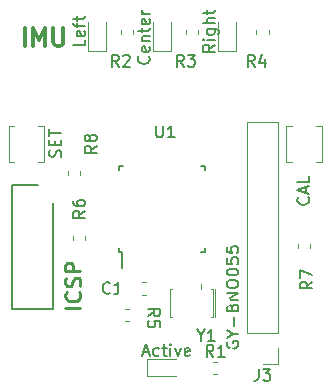
<source format=gto>
G04 #@! TF.GenerationSoftware,KiCad,Pcbnew,(5.1.9)-1*
G04 #@! TF.CreationDate,2021-08-03T23:26:31+09:00*
G04 #@! TF.ProjectId,IMU_BNO055_20210802,494d555f-424e-44f3-9035-355f32303231,rev?*
G04 #@! TF.SameCoordinates,PX6dac2c0PY6dac2c0*
G04 #@! TF.FileFunction,Legend,Top*
G04 #@! TF.FilePolarity,Positive*
%FSLAX46Y46*%
G04 Gerber Fmt 4.6, Leading zero omitted, Abs format (unit mm)*
G04 Created by KiCad (PCBNEW (5.1.9)-1) date 2021-08-03 23:26:31*
%MOMM*%
%LPD*%
G01*
G04 APERTURE LIST*
%ADD10C,0.300000*%
%ADD11C,0.200000*%
%ADD12C,0.120000*%
%ADD13C,0.150000*%
%ADD14C,0.254000*%
%ADD15C,2.200000*%
%ADD16C,1.250000*%
%ADD17R,1.250000X1.250000*%
%ADD18R,0.400000X3.200000*%
%ADD19R,1.600000X0.550000*%
%ADD20R,0.550000X1.600000*%
%ADD21C,0.750000*%
%ADD22R,1.600000X1.050000*%
%ADD23O,1.700000X1.700000*%
%ADD24R,1.700000X1.700000*%
%ADD25O,1.200000X1.750000*%
%ADD26C,0.800000*%
G04 APERTURE END LIST*
D10*
X5357142Y33821429D02*
X5357142Y35321429D01*
X6071428Y33821429D02*
X6071428Y35321429D01*
X6571428Y34250000D01*
X7071428Y35321429D01*
X7071428Y33821429D01*
X7785714Y35321429D02*
X7785714Y34107143D01*
X7857142Y33964286D01*
X7928571Y33892858D01*
X8071428Y33821429D01*
X8357142Y33821429D01*
X8500000Y33892858D01*
X8571428Y33964286D01*
X8642857Y34107143D01*
X8642857Y35321429D01*
D11*
X4300000Y22000000D02*
X6500000Y22000000D01*
X4300000Y11500000D02*
X4300000Y22000000D01*
X7800000Y11500000D02*
X4300000Y11500000D01*
X7800000Y20500000D02*
X7800000Y11500000D01*
D12*
X17700000Y10800000D02*
X17700000Y12800000D01*
X21300000Y12800000D02*
X21300000Y10800000D01*
X20250000Y13200000D02*
X20250000Y13600000D01*
X21500000Y10800000D02*
X21500000Y12800000D01*
X17700000Y12800000D02*
X17700000Y13200000D01*
X21300000Y12800000D02*
X21300000Y13200000D01*
X21500000Y12800000D02*
X21500000Y13200000D01*
X21300000Y10800000D02*
X21150000Y10800000D01*
X21300000Y13200000D02*
X21150000Y13200000D01*
X20250000Y13200000D02*
X20300000Y13200000D01*
X17700000Y13200000D02*
X17850000Y13200000D01*
X17700000Y10800000D02*
X17850000Y10800000D01*
D13*
X13375000Y16375000D02*
X13600000Y16375000D01*
X13375000Y23625000D02*
X13700000Y23625000D01*
X20625000Y23625000D02*
X20300000Y23625000D01*
X20625000Y16375000D02*
X20300000Y16375000D01*
X13375000Y16375000D02*
X13375000Y16700000D01*
X20625000Y16375000D02*
X20625000Y16700000D01*
X20625000Y23625000D02*
X20625000Y23300000D01*
X13375000Y23625000D02*
X13375000Y23300000D01*
X13600000Y16375000D02*
X13600000Y14950000D01*
D12*
X7000000Y27000000D02*
X7000000Y24000000D01*
X4000000Y27000000D02*
X4000000Y24000000D01*
X4000000Y27000000D02*
X4500000Y27000000D01*
X6500000Y27000000D02*
X7000000Y27000000D01*
X4000000Y24000000D02*
X4500000Y24000000D01*
X6500000Y24000000D02*
X7000000Y24000000D01*
X30500000Y27000000D02*
X30500000Y24000000D01*
X27500000Y27000000D02*
X27500000Y24000000D01*
X27500000Y27000000D02*
X28000000Y27000000D01*
X30000000Y27000000D02*
X30500000Y27000000D01*
X27500000Y24000000D02*
X28000000Y24000000D01*
X30000000Y24000000D02*
X30500000Y24000000D01*
X26010000Y35171267D02*
X26010000Y34828733D01*
X24990000Y35171267D02*
X24990000Y34828733D01*
X20010000Y35171267D02*
X20010000Y34828733D01*
X18990000Y35171267D02*
X18990000Y34828733D01*
X14510000Y35171267D02*
X14510000Y34828733D01*
X13490000Y35171267D02*
X13490000Y34828733D01*
X21328733Y7010000D02*
X21671267Y7010000D01*
X21328733Y5990000D02*
X21671267Y5990000D01*
X26830000Y27330000D02*
X24170000Y27330000D01*
X26830000Y9490000D02*
X26830000Y27330000D01*
X24170000Y9490000D02*
X24170000Y27330000D01*
X26830000Y9490000D02*
X24170000Y9490000D01*
X26830000Y8220000D02*
X26830000Y6890000D01*
X26830000Y6890000D02*
X25500000Y6890000D01*
X21765000Y35800000D02*
X21765000Y33340000D01*
X21765000Y33340000D02*
X23235000Y33340000D01*
X23235000Y33340000D02*
X23235000Y35800000D01*
X16265000Y35800000D02*
X16265000Y33340000D01*
X16265000Y33340000D02*
X17735000Y33340000D01*
X17735000Y33340000D02*
X17735000Y35800000D01*
X10765000Y35800000D02*
X10765000Y33340000D01*
X10765000Y33340000D02*
X12235000Y33340000D01*
X12235000Y33340000D02*
X12235000Y35800000D01*
X18175000Y7293000D02*
X15715000Y7293000D01*
X15715000Y7293000D02*
X15715000Y5823000D01*
X15715000Y5823000D02*
X18175000Y5823000D01*
X15671267Y12740000D02*
X15328733Y12740000D01*
X15671267Y13760000D02*
X15328733Y13760000D01*
X9490000Y17328733D02*
X9490000Y17671267D01*
X10510000Y17328733D02*
X10510000Y17671267D01*
X13828733Y11510000D02*
X14171267Y11510000D01*
X13828733Y10490000D02*
X14171267Y10490000D01*
X8990000Y22828733D02*
X8990000Y23171267D01*
X10010000Y22828733D02*
X10010000Y23171267D01*
X29510000Y17046267D02*
X29510000Y16703733D01*
X28490000Y17046267D02*
X28490000Y16703733D01*
D14*
X10074523Y11625239D02*
X8804523Y11625239D01*
X9953571Y12955715D02*
X10014047Y12895239D01*
X10074523Y12713810D01*
X10074523Y12592858D01*
X10014047Y12411429D01*
X9893095Y12290477D01*
X9772142Y12230000D01*
X9530238Y12169524D01*
X9348809Y12169524D01*
X9106904Y12230000D01*
X8985952Y12290477D01*
X8865000Y12411429D01*
X8804523Y12592858D01*
X8804523Y12713810D01*
X8865000Y12895239D01*
X8925476Y12955715D01*
X10014047Y13439524D02*
X10074523Y13620953D01*
X10074523Y13923334D01*
X10014047Y14044286D01*
X9953571Y14104762D01*
X9832619Y14165239D01*
X9711666Y14165239D01*
X9590714Y14104762D01*
X9530238Y14044286D01*
X9469761Y13923334D01*
X9409285Y13681429D01*
X9348809Y13560477D01*
X9288333Y13500000D01*
X9167380Y13439524D01*
X9046428Y13439524D01*
X8925476Y13500000D01*
X8865000Y13560477D01*
X8804523Y13681429D01*
X8804523Y13983810D01*
X8865000Y14165239D01*
X10074523Y14709524D02*
X8804523Y14709524D01*
X8804523Y15193334D01*
X8865000Y15314286D01*
X8925476Y15374762D01*
X9046428Y15435239D01*
X9227857Y15435239D01*
X9348809Y15374762D01*
X9409285Y15314286D01*
X9469761Y15193334D01*
X9469761Y14709524D01*
D13*
X20273809Y9273810D02*
X20273809Y8797620D01*
X19940476Y9797620D02*
X20273809Y9273810D01*
X20607142Y9797620D01*
X21464285Y8797620D02*
X20892857Y8797620D01*
X21178571Y8797620D02*
X21178571Y9797620D01*
X21083333Y9654762D01*
X20988095Y9559524D01*
X20892857Y9511905D01*
X16488095Y27047620D02*
X16488095Y26238096D01*
X16535714Y26142858D01*
X16583333Y26095239D01*
X16678571Y26047620D01*
X16869047Y26047620D01*
X16964285Y26095239D01*
X17011904Y26142858D01*
X17059523Y26238096D01*
X17059523Y27047620D01*
X18059523Y26047620D02*
X17488095Y26047620D01*
X17773809Y26047620D02*
X17773809Y27047620D01*
X17678571Y26904762D01*
X17583333Y26809524D01*
X17488095Y26761905D01*
X8404761Y24380953D02*
X8452380Y24523810D01*
X8452380Y24761905D01*
X8404761Y24857143D01*
X8357142Y24904762D01*
X8261904Y24952381D01*
X8166666Y24952381D01*
X8071428Y24904762D01*
X8023809Y24857143D01*
X7976190Y24761905D01*
X7928571Y24571429D01*
X7880952Y24476191D01*
X7833333Y24428572D01*
X7738095Y24380953D01*
X7642857Y24380953D01*
X7547619Y24428572D01*
X7500000Y24476191D01*
X7452380Y24571429D01*
X7452380Y24809524D01*
X7500000Y24952381D01*
X7928571Y25380953D02*
X7928571Y25714286D01*
X8452380Y25857143D02*
X8452380Y25380953D01*
X7452380Y25380953D01*
X7452380Y25857143D01*
X7452380Y26142858D02*
X7452380Y26714286D01*
X8452380Y26428572D02*
X7452380Y26428572D01*
X29357142Y20976191D02*
X29404761Y20928572D01*
X29452380Y20785715D01*
X29452380Y20690477D01*
X29404761Y20547620D01*
X29309523Y20452381D01*
X29214285Y20404762D01*
X29023809Y20357143D01*
X28880952Y20357143D01*
X28690476Y20404762D01*
X28595238Y20452381D01*
X28500000Y20547620D01*
X28452380Y20690477D01*
X28452380Y20785715D01*
X28500000Y20928572D01*
X28547619Y20976191D01*
X29166666Y21357143D02*
X29166666Y21833334D01*
X29452380Y21261905D02*
X28452380Y21595239D01*
X29452380Y21928572D01*
X29452380Y22738096D02*
X29452380Y22261905D01*
X28452380Y22261905D01*
X24833333Y32047620D02*
X24500000Y32523810D01*
X24261904Y32047620D02*
X24261904Y33047620D01*
X24642857Y33047620D01*
X24738095Y33000000D01*
X24785714Y32952381D01*
X24833333Y32857143D01*
X24833333Y32714286D01*
X24785714Y32619048D01*
X24738095Y32571429D01*
X24642857Y32523810D01*
X24261904Y32523810D01*
X25690476Y32714286D02*
X25690476Y32047620D01*
X25452380Y33095239D02*
X25214285Y32380953D01*
X25833333Y32380953D01*
X18833333Y32047620D02*
X18500000Y32523810D01*
X18261904Y32047620D02*
X18261904Y33047620D01*
X18642857Y33047620D01*
X18738095Y33000000D01*
X18785714Y32952381D01*
X18833333Y32857143D01*
X18833333Y32714286D01*
X18785714Y32619048D01*
X18738095Y32571429D01*
X18642857Y32523810D01*
X18261904Y32523810D01*
X19166666Y33047620D02*
X19785714Y33047620D01*
X19452380Y32666667D01*
X19595238Y32666667D01*
X19690476Y32619048D01*
X19738095Y32571429D01*
X19785714Y32476191D01*
X19785714Y32238096D01*
X19738095Y32142858D01*
X19690476Y32095239D01*
X19595238Y32047620D01*
X19309523Y32047620D01*
X19214285Y32095239D01*
X19166666Y32142858D01*
X13333333Y32047620D02*
X13000000Y32523810D01*
X12761904Y32047620D02*
X12761904Y33047620D01*
X13142857Y33047620D01*
X13238095Y33000000D01*
X13285714Y32952381D01*
X13333333Y32857143D01*
X13333333Y32714286D01*
X13285714Y32619048D01*
X13238095Y32571429D01*
X13142857Y32523810D01*
X12761904Y32523810D01*
X13714285Y32952381D02*
X13761904Y33000000D01*
X13857142Y33047620D01*
X14095238Y33047620D01*
X14190476Y33000000D01*
X14238095Y32952381D01*
X14285714Y32857143D01*
X14285714Y32761905D01*
X14238095Y32619048D01*
X13666666Y32047620D01*
X14285714Y32047620D01*
X21333333Y7477620D02*
X21000000Y7953810D01*
X20761904Y7477620D02*
X20761904Y8477620D01*
X21142857Y8477620D01*
X21238095Y8430000D01*
X21285714Y8382381D01*
X21333333Y8287143D01*
X21333333Y8144286D01*
X21285714Y8049048D01*
X21238095Y8001429D01*
X21142857Y7953810D01*
X20761904Y7953810D01*
X22285714Y7477620D02*
X21714285Y7477620D01*
X22000000Y7477620D02*
X22000000Y8477620D01*
X21904761Y8334762D01*
X21809523Y8239524D01*
X21714285Y8191905D01*
X25166666Y6437620D02*
X25166666Y5723334D01*
X25119047Y5580477D01*
X25023809Y5485239D01*
X24880952Y5437620D01*
X24785714Y5437620D01*
X25547619Y6437620D02*
X26166666Y6437620D01*
X25833333Y6056667D01*
X25976190Y6056667D01*
X26071428Y6009048D01*
X26119047Y5961429D01*
X26166666Y5866191D01*
X26166666Y5628096D01*
X26119047Y5532858D01*
X26071428Y5485239D01*
X25976190Y5437620D01*
X25690476Y5437620D01*
X25595238Y5485239D01*
X25547619Y5532858D01*
X22500000Y8738096D02*
X22452380Y8642858D01*
X22452380Y8500000D01*
X22500000Y8357143D01*
X22595238Y8261905D01*
X22690476Y8214286D01*
X22880952Y8166667D01*
X23023809Y8166667D01*
X23214285Y8214286D01*
X23309523Y8261905D01*
X23404761Y8357143D01*
X23452380Y8500000D01*
X23452380Y8595239D01*
X23404761Y8738096D01*
X23357142Y8785715D01*
X23023809Y8785715D01*
X23023809Y8595239D01*
X22976190Y9404762D02*
X23452380Y9404762D01*
X22452380Y9071429D02*
X22976190Y9404762D01*
X22452380Y9738096D01*
X23071428Y10071429D02*
X23071428Y10833334D01*
X22928571Y11642858D02*
X22976190Y11785715D01*
X23023809Y11833334D01*
X23119047Y11880953D01*
X23261904Y11880953D01*
X23357142Y11833334D01*
X23404761Y11785715D01*
X23452380Y11690477D01*
X23452380Y11309524D01*
X22452380Y11309524D01*
X22452380Y11642858D01*
X22500000Y11738096D01*
X22547619Y11785715D01*
X22642857Y11833334D01*
X22738095Y11833334D01*
X22833333Y11785715D01*
X22880952Y11738096D01*
X22928571Y11642858D01*
X22928571Y11309524D01*
X23452380Y12309524D02*
X22452380Y12309524D01*
X23452380Y12880953D01*
X22452380Y12880953D01*
X22452380Y13547620D02*
X22452380Y13738096D01*
X22500000Y13833334D01*
X22595238Y13928572D01*
X22785714Y13976191D01*
X23119047Y13976191D01*
X23309523Y13928572D01*
X23404761Y13833334D01*
X23452380Y13738096D01*
X23452380Y13547620D01*
X23404761Y13452381D01*
X23309523Y13357143D01*
X23119047Y13309524D01*
X22785714Y13309524D01*
X22595238Y13357143D01*
X22500000Y13452381D01*
X22452380Y13547620D01*
X22452380Y14595239D02*
X22452380Y14690477D01*
X22500000Y14785715D01*
X22547619Y14833334D01*
X22642857Y14880953D01*
X22833333Y14928572D01*
X23071428Y14928572D01*
X23261904Y14880953D01*
X23357142Y14833334D01*
X23404761Y14785715D01*
X23452380Y14690477D01*
X23452380Y14595239D01*
X23404761Y14500000D01*
X23357142Y14452381D01*
X23261904Y14404762D01*
X23071428Y14357143D01*
X22833333Y14357143D01*
X22642857Y14404762D01*
X22547619Y14452381D01*
X22500000Y14500000D01*
X22452380Y14595239D01*
X22452380Y15833334D02*
X22452380Y15357143D01*
X22928571Y15309524D01*
X22880952Y15357143D01*
X22833333Y15452381D01*
X22833333Y15690477D01*
X22880952Y15785715D01*
X22928571Y15833334D01*
X23023809Y15880953D01*
X23261904Y15880953D01*
X23357142Y15833334D01*
X23404761Y15785715D01*
X23452380Y15690477D01*
X23452380Y15452381D01*
X23404761Y15357143D01*
X23357142Y15309524D01*
X22452380Y16785715D02*
X22452380Y16309524D01*
X22928571Y16261905D01*
X22880952Y16309524D01*
X22833333Y16404762D01*
X22833333Y16642858D01*
X22880952Y16738096D01*
X22928571Y16785715D01*
X23023809Y16833334D01*
X23261904Y16833334D01*
X23357142Y16785715D01*
X23404761Y16738096D01*
X23452380Y16642858D01*
X23452380Y16404762D01*
X23404761Y16309524D01*
X23357142Y16261905D01*
X21452380Y33880953D02*
X20976190Y33547620D01*
X21452380Y33309524D02*
X20452380Y33309524D01*
X20452380Y33690477D01*
X20500000Y33785715D01*
X20547619Y33833334D01*
X20642857Y33880953D01*
X20785714Y33880953D01*
X20880952Y33833334D01*
X20928571Y33785715D01*
X20976190Y33690477D01*
X20976190Y33309524D01*
X21452380Y34309524D02*
X20785714Y34309524D01*
X20452380Y34309524D02*
X20500000Y34261905D01*
X20547619Y34309524D01*
X20500000Y34357143D01*
X20452380Y34309524D01*
X20547619Y34309524D01*
X20785714Y35214286D02*
X21595238Y35214286D01*
X21690476Y35166667D01*
X21738095Y35119048D01*
X21785714Y35023810D01*
X21785714Y34880953D01*
X21738095Y34785715D01*
X21404761Y35214286D02*
X21452380Y35119048D01*
X21452380Y34928572D01*
X21404761Y34833334D01*
X21357142Y34785715D01*
X21261904Y34738096D01*
X20976190Y34738096D01*
X20880952Y34785715D01*
X20833333Y34833334D01*
X20785714Y34928572D01*
X20785714Y35119048D01*
X20833333Y35214286D01*
X21452380Y35690477D02*
X20452380Y35690477D01*
X21452380Y36119048D02*
X20928571Y36119048D01*
X20833333Y36071429D01*
X20785714Y35976191D01*
X20785714Y35833334D01*
X20833333Y35738096D01*
X20880952Y35690477D01*
X20785714Y36452381D02*
X20785714Y36833334D01*
X20452380Y36595239D02*
X21309523Y36595239D01*
X21404761Y36642858D01*
X21452380Y36738096D01*
X21452380Y36833334D01*
X15857142Y32904762D02*
X15904761Y32857143D01*
X15952380Y32714286D01*
X15952380Y32619048D01*
X15904761Y32476191D01*
X15809523Y32380953D01*
X15714285Y32333334D01*
X15523809Y32285715D01*
X15380952Y32285715D01*
X15190476Y32333334D01*
X15095238Y32380953D01*
X15000000Y32476191D01*
X14952380Y32619048D01*
X14952380Y32714286D01*
X15000000Y32857143D01*
X15047619Y32904762D01*
X15904761Y33714286D02*
X15952380Y33619048D01*
X15952380Y33428572D01*
X15904761Y33333334D01*
X15809523Y33285715D01*
X15428571Y33285715D01*
X15333333Y33333334D01*
X15285714Y33428572D01*
X15285714Y33619048D01*
X15333333Y33714286D01*
X15428571Y33761905D01*
X15523809Y33761905D01*
X15619047Y33285715D01*
X15285714Y34190477D02*
X15952380Y34190477D01*
X15380952Y34190477D02*
X15333333Y34238096D01*
X15285714Y34333334D01*
X15285714Y34476191D01*
X15333333Y34571429D01*
X15428571Y34619048D01*
X15952380Y34619048D01*
X15285714Y34952381D02*
X15285714Y35333334D01*
X14952380Y35095239D02*
X15809523Y35095239D01*
X15904761Y35142858D01*
X15952380Y35238096D01*
X15952380Y35333334D01*
X15904761Y36047620D02*
X15952380Y35952381D01*
X15952380Y35761905D01*
X15904761Y35666667D01*
X15809523Y35619048D01*
X15428571Y35619048D01*
X15333333Y35666667D01*
X15285714Y35761905D01*
X15285714Y35952381D01*
X15333333Y36047620D01*
X15428571Y36095239D01*
X15523809Y36095239D01*
X15619047Y35619048D01*
X15952380Y36523810D02*
X15285714Y36523810D01*
X15476190Y36523810D02*
X15380952Y36571429D01*
X15333333Y36619048D01*
X15285714Y36714286D01*
X15285714Y36809524D01*
X10452380Y34309524D02*
X10452380Y33833334D01*
X9452380Y33833334D01*
X10404761Y35023810D02*
X10452380Y34928572D01*
X10452380Y34738096D01*
X10404761Y34642858D01*
X10309523Y34595239D01*
X9928571Y34595239D01*
X9833333Y34642858D01*
X9785714Y34738096D01*
X9785714Y34928572D01*
X9833333Y35023810D01*
X9928571Y35071429D01*
X10023809Y35071429D01*
X10119047Y34595239D01*
X9785714Y35357143D02*
X9785714Y35738096D01*
X10452380Y35500000D02*
X9595238Y35500000D01*
X9500000Y35547620D01*
X9452380Y35642858D01*
X9452380Y35738096D01*
X9785714Y35928572D02*
X9785714Y36309524D01*
X9452380Y36071429D02*
X10309523Y36071429D01*
X10404761Y36119048D01*
X10452380Y36214286D01*
X10452380Y36309524D01*
X15375000Y7833334D02*
X15851190Y7833334D01*
X15279761Y7547620D02*
X15613095Y8547620D01*
X15946428Y7547620D01*
X16708333Y7595239D02*
X16613095Y7547620D01*
X16422619Y7547620D01*
X16327380Y7595239D01*
X16279761Y7642858D01*
X16232142Y7738096D01*
X16232142Y8023810D01*
X16279761Y8119048D01*
X16327380Y8166667D01*
X16422619Y8214286D01*
X16613095Y8214286D01*
X16708333Y8166667D01*
X16994047Y8214286D02*
X17375000Y8214286D01*
X17136904Y8547620D02*
X17136904Y7690477D01*
X17184523Y7595239D01*
X17279761Y7547620D01*
X17375000Y7547620D01*
X17708333Y7547620D02*
X17708333Y8214286D01*
X17708333Y8547620D02*
X17660714Y8500000D01*
X17708333Y8452381D01*
X17755952Y8500000D01*
X17708333Y8547620D01*
X17708333Y8452381D01*
X18089285Y8214286D02*
X18327380Y7547620D01*
X18565476Y8214286D01*
X19327380Y7595239D02*
X19232142Y7547620D01*
X19041666Y7547620D01*
X18946428Y7595239D01*
X18898809Y7690477D01*
X18898809Y8071429D01*
X18946428Y8166667D01*
X19041666Y8214286D01*
X19232142Y8214286D01*
X19327380Y8166667D01*
X19375000Y8071429D01*
X19375000Y7976191D01*
X18898809Y7880953D01*
X12583333Y12892858D02*
X12535714Y12845239D01*
X12392857Y12797620D01*
X12297619Y12797620D01*
X12154761Y12845239D01*
X12059523Y12940477D01*
X12011904Y13035715D01*
X11964285Y13226191D01*
X11964285Y13369048D01*
X12011904Y13559524D01*
X12059523Y13654762D01*
X12154761Y13750000D01*
X12297619Y13797620D01*
X12392857Y13797620D01*
X12535714Y13750000D01*
X12583333Y13702381D01*
X13535714Y12797620D02*
X12964285Y12797620D01*
X13250000Y12797620D02*
X13250000Y13797620D01*
X13154761Y13654762D01*
X13059523Y13559524D01*
X12964285Y13511905D01*
X10452380Y19833334D02*
X9976190Y19500000D01*
X10452380Y19261905D02*
X9452380Y19261905D01*
X9452380Y19642858D01*
X9500000Y19738096D01*
X9547619Y19785715D01*
X9642857Y19833334D01*
X9785714Y19833334D01*
X9880952Y19785715D01*
X9928571Y19738096D01*
X9976190Y19642858D01*
X9976190Y19261905D01*
X9452380Y20690477D02*
X9452380Y20500000D01*
X9500000Y20404762D01*
X9547619Y20357143D01*
X9690476Y20261905D01*
X9880952Y20214286D01*
X10261904Y20214286D01*
X10357142Y20261905D01*
X10404761Y20309524D01*
X10452380Y20404762D01*
X10452380Y20595239D01*
X10404761Y20690477D01*
X10357142Y20738096D01*
X10261904Y20785715D01*
X10023809Y20785715D01*
X9928571Y20738096D01*
X9880952Y20690477D01*
X9833333Y20595239D01*
X9833333Y20404762D01*
X9880952Y20309524D01*
X9928571Y20261905D01*
X10023809Y20214286D01*
X15797619Y10916667D02*
X16273809Y11250000D01*
X15797619Y11488096D02*
X16797619Y11488096D01*
X16797619Y11107143D01*
X16750000Y11011905D01*
X16702380Y10964286D01*
X16607142Y10916667D01*
X16464285Y10916667D01*
X16369047Y10964286D01*
X16321428Y11011905D01*
X16273809Y11107143D01*
X16273809Y11488096D01*
X16797619Y10011905D02*
X16797619Y10488096D01*
X16321428Y10535715D01*
X16369047Y10488096D01*
X16416666Y10392858D01*
X16416666Y10154762D01*
X16369047Y10059524D01*
X16321428Y10011905D01*
X16226190Y9964286D01*
X15988095Y9964286D01*
X15892857Y10011905D01*
X15845238Y10059524D01*
X15797619Y10154762D01*
X15797619Y10392858D01*
X15845238Y10488096D01*
X15892857Y10535715D01*
X11452380Y25333334D02*
X10976190Y25000000D01*
X11452380Y24761905D02*
X10452380Y24761905D01*
X10452380Y25142858D01*
X10500000Y25238096D01*
X10547619Y25285715D01*
X10642857Y25333334D01*
X10785714Y25333334D01*
X10880952Y25285715D01*
X10928571Y25238096D01*
X10976190Y25142858D01*
X10976190Y24761905D01*
X10880952Y25904762D02*
X10833333Y25809524D01*
X10785714Y25761905D01*
X10690476Y25714286D01*
X10642857Y25714286D01*
X10547619Y25761905D01*
X10500000Y25809524D01*
X10452380Y25904762D01*
X10452380Y26095239D01*
X10500000Y26190477D01*
X10547619Y26238096D01*
X10642857Y26285715D01*
X10690476Y26285715D01*
X10785714Y26238096D01*
X10833333Y26190477D01*
X10880952Y26095239D01*
X10880952Y25904762D01*
X10928571Y25809524D01*
X10976190Y25761905D01*
X11071428Y25714286D01*
X11261904Y25714286D01*
X11357142Y25761905D01*
X11404761Y25809524D01*
X11452380Y25904762D01*
X11452380Y26095239D01*
X11404761Y26190477D01*
X11357142Y26238096D01*
X11261904Y26285715D01*
X11071428Y26285715D01*
X10976190Y26238096D01*
X10928571Y26190477D01*
X10880952Y26095239D01*
X29702380Y13833334D02*
X29226190Y13500000D01*
X29702380Y13261905D02*
X28702380Y13261905D01*
X28702380Y13642858D01*
X28750000Y13738096D01*
X28797619Y13785715D01*
X28892857Y13833334D01*
X29035714Y13833334D01*
X29130952Y13785715D01*
X29178571Y13738096D01*
X29226190Y13642858D01*
X29226190Y13261905D01*
X28702380Y14166667D02*
X28702380Y14833334D01*
X29702380Y14404762D01*
%LPC*%
D15*
X6500000Y30500000D03*
X28000000Y30500000D03*
D16*
X6500000Y13000000D03*
X6500000Y14500000D03*
X6500000Y16000000D03*
X6500000Y17500000D03*
X6500000Y19000000D03*
D17*
X6500000Y20500000D03*
D18*
X18300000Y12000000D03*
X19500000Y12000000D03*
X20700000Y12000000D03*
D19*
X12750000Y17200000D03*
X12750000Y18000000D03*
X12750000Y18800000D03*
X12750000Y19600000D03*
X12750000Y20400000D03*
X12750000Y21200000D03*
X12750000Y22000000D03*
X12750000Y22800000D03*
D20*
X14200000Y24250000D03*
X15000000Y24250000D03*
X15800000Y24250000D03*
X16600000Y24250000D03*
X17400000Y24250000D03*
X18200000Y24250000D03*
X19000000Y24250000D03*
X19800000Y24250000D03*
D19*
X21250000Y22800000D03*
X21250000Y22000000D03*
X21250000Y21200000D03*
X21250000Y20400000D03*
X21250000Y19600000D03*
X21250000Y18800000D03*
X21250000Y18000000D03*
X21250000Y17200000D03*
D20*
X19800000Y15750000D03*
X19000000Y15750000D03*
X18200000Y15750000D03*
X17400000Y15750000D03*
X16600000Y15750000D03*
X15800000Y15750000D03*
X15000000Y15750000D03*
X14200000Y15750000D03*
D21*
X4700000Y25500000D03*
X6300000Y25500000D03*
D22*
X5500000Y23800000D03*
X5500000Y27200000D03*
D21*
X28200000Y25500000D03*
X29800000Y25500000D03*
D22*
X29000000Y23800000D03*
X29000000Y27200000D03*
G36*
G01*
X25262500Y34650000D02*
X25737500Y34650000D01*
G75*
G02*
X25975000Y34412500I0J-237500D01*
G01*
X25975000Y33837500D01*
G75*
G02*
X25737500Y33600000I-237500J0D01*
G01*
X25262500Y33600000D01*
G75*
G02*
X25025000Y33837500I0J237500D01*
G01*
X25025000Y34412500D01*
G75*
G02*
X25262500Y34650000I237500J0D01*
G01*
G37*
G36*
G01*
X25262500Y36400000D02*
X25737500Y36400000D01*
G75*
G02*
X25975000Y36162500I0J-237500D01*
G01*
X25975000Y35587500D01*
G75*
G02*
X25737500Y35350000I-237500J0D01*
G01*
X25262500Y35350000D01*
G75*
G02*
X25025000Y35587500I0J237500D01*
G01*
X25025000Y36162500D01*
G75*
G02*
X25262500Y36400000I237500J0D01*
G01*
G37*
G36*
G01*
X19262500Y34650000D02*
X19737500Y34650000D01*
G75*
G02*
X19975000Y34412500I0J-237500D01*
G01*
X19975000Y33837500D01*
G75*
G02*
X19737500Y33600000I-237500J0D01*
G01*
X19262500Y33600000D01*
G75*
G02*
X19025000Y33837500I0J237500D01*
G01*
X19025000Y34412500D01*
G75*
G02*
X19262500Y34650000I237500J0D01*
G01*
G37*
G36*
G01*
X19262500Y36400000D02*
X19737500Y36400000D01*
G75*
G02*
X19975000Y36162500I0J-237500D01*
G01*
X19975000Y35587500D01*
G75*
G02*
X19737500Y35350000I-237500J0D01*
G01*
X19262500Y35350000D01*
G75*
G02*
X19025000Y35587500I0J237500D01*
G01*
X19025000Y36162500D01*
G75*
G02*
X19262500Y36400000I237500J0D01*
G01*
G37*
G36*
G01*
X13762500Y34650000D02*
X14237500Y34650000D01*
G75*
G02*
X14475000Y34412500I0J-237500D01*
G01*
X14475000Y33837500D01*
G75*
G02*
X14237500Y33600000I-237500J0D01*
G01*
X13762500Y33600000D01*
G75*
G02*
X13525000Y33837500I0J237500D01*
G01*
X13525000Y34412500D01*
G75*
G02*
X13762500Y34650000I237500J0D01*
G01*
G37*
G36*
G01*
X13762500Y36400000D02*
X14237500Y36400000D01*
G75*
G02*
X14475000Y36162500I0J-237500D01*
G01*
X14475000Y35587500D01*
G75*
G02*
X14237500Y35350000I-237500J0D01*
G01*
X13762500Y35350000D01*
G75*
G02*
X13525000Y35587500I0J237500D01*
G01*
X13525000Y36162500D01*
G75*
G02*
X13762500Y36400000I237500J0D01*
G01*
G37*
G36*
G01*
X21850000Y6262500D02*
X21850000Y6737500D01*
G75*
G02*
X22087500Y6975000I237500J0D01*
G01*
X22662500Y6975000D01*
G75*
G02*
X22900000Y6737500I0J-237500D01*
G01*
X22900000Y6262500D01*
G75*
G02*
X22662500Y6025000I-237500J0D01*
G01*
X22087500Y6025000D01*
G75*
G02*
X21850000Y6262500I0J237500D01*
G01*
G37*
G36*
G01*
X20100000Y6262500D02*
X20100000Y6737500D01*
G75*
G02*
X20337500Y6975000I237500J0D01*
G01*
X20912500Y6975000D01*
G75*
G02*
X21150000Y6737500I0J-237500D01*
G01*
X21150000Y6262500D01*
G75*
G02*
X20912500Y6025000I-237500J0D01*
G01*
X20337500Y6025000D01*
G75*
G02*
X20100000Y6262500I0J237500D01*
G01*
G37*
D23*
X25500000Y26000000D03*
X25500000Y23460000D03*
X25500000Y20920000D03*
X25500000Y18380000D03*
X25500000Y15840000D03*
X25500000Y13300000D03*
X25500000Y10760000D03*
D24*
X25500000Y8220000D03*
D25*
X13000000Y30500000D03*
X15000000Y30500000D03*
X17000000Y30500000D03*
X19000000Y30500000D03*
G36*
G01*
X21600000Y31125001D02*
X21600000Y29874999D01*
G75*
G02*
X21350001Y29625000I-249999J0D01*
G01*
X20649999Y29625000D01*
G75*
G02*
X20400000Y29874999I0J249999D01*
G01*
X20400000Y31125001D01*
G75*
G02*
X20649999Y31375000I249999J0D01*
G01*
X21350001Y31375000D01*
G75*
G02*
X21600000Y31125001I0J-249999D01*
G01*
G37*
G36*
G01*
X22737500Y35350000D02*
X22262500Y35350000D01*
G75*
G02*
X22025000Y35587500I0J237500D01*
G01*
X22025000Y36162500D01*
G75*
G02*
X22262500Y36400000I237500J0D01*
G01*
X22737500Y36400000D01*
G75*
G02*
X22975000Y36162500I0J-237500D01*
G01*
X22975000Y35587500D01*
G75*
G02*
X22737500Y35350000I-237500J0D01*
G01*
G37*
G36*
G01*
X22737500Y33600000D02*
X22262500Y33600000D01*
G75*
G02*
X22025000Y33837500I0J237500D01*
G01*
X22025000Y34412500D01*
G75*
G02*
X22262500Y34650000I237500J0D01*
G01*
X22737500Y34650000D01*
G75*
G02*
X22975000Y34412500I0J-237500D01*
G01*
X22975000Y33837500D01*
G75*
G02*
X22737500Y33600000I-237500J0D01*
G01*
G37*
G36*
G01*
X17237500Y35350000D02*
X16762500Y35350000D01*
G75*
G02*
X16525000Y35587500I0J237500D01*
G01*
X16525000Y36162500D01*
G75*
G02*
X16762500Y36400000I237500J0D01*
G01*
X17237500Y36400000D01*
G75*
G02*
X17475000Y36162500I0J-237500D01*
G01*
X17475000Y35587500D01*
G75*
G02*
X17237500Y35350000I-237500J0D01*
G01*
G37*
G36*
G01*
X17237500Y33600000D02*
X16762500Y33600000D01*
G75*
G02*
X16525000Y33837500I0J237500D01*
G01*
X16525000Y34412500D01*
G75*
G02*
X16762500Y34650000I237500J0D01*
G01*
X17237500Y34650000D01*
G75*
G02*
X17475000Y34412500I0J-237500D01*
G01*
X17475000Y33837500D01*
G75*
G02*
X17237500Y33600000I-237500J0D01*
G01*
G37*
G36*
G01*
X11737500Y35350000D02*
X11262500Y35350000D01*
G75*
G02*
X11025000Y35587500I0J237500D01*
G01*
X11025000Y36162500D01*
G75*
G02*
X11262500Y36400000I237500J0D01*
G01*
X11737500Y36400000D01*
G75*
G02*
X11975000Y36162500I0J-237500D01*
G01*
X11975000Y35587500D01*
G75*
G02*
X11737500Y35350000I-237500J0D01*
G01*
G37*
G36*
G01*
X11737500Y33600000D02*
X11262500Y33600000D01*
G75*
G02*
X11025000Y33837500I0J237500D01*
G01*
X11025000Y34412500D01*
G75*
G02*
X11262500Y34650000I237500J0D01*
G01*
X11737500Y34650000D01*
G75*
G02*
X11975000Y34412500I0J-237500D01*
G01*
X11975000Y33837500D01*
G75*
G02*
X11737500Y33600000I-237500J0D01*
G01*
G37*
G36*
G01*
X17725000Y6320500D02*
X17725000Y6795500D01*
G75*
G02*
X17962500Y7033000I237500J0D01*
G01*
X18537500Y7033000D01*
G75*
G02*
X18775000Y6795500I0J-237500D01*
G01*
X18775000Y6320500D01*
G75*
G02*
X18537500Y6083000I-237500J0D01*
G01*
X17962500Y6083000D01*
G75*
G02*
X17725000Y6320500I0J237500D01*
G01*
G37*
G36*
G01*
X15975000Y6320500D02*
X15975000Y6795500D01*
G75*
G02*
X16212500Y7033000I237500J0D01*
G01*
X16787500Y7033000D01*
G75*
G02*
X17025000Y6795500I0J-237500D01*
G01*
X17025000Y6320500D01*
G75*
G02*
X16787500Y6083000I-237500J0D01*
G01*
X16212500Y6083000D01*
G75*
G02*
X15975000Y6320500I0J237500D01*
G01*
G37*
G36*
G01*
X15150000Y13487500D02*
X15150000Y13012500D01*
G75*
G02*
X14912500Y12775000I-237500J0D01*
G01*
X14337500Y12775000D01*
G75*
G02*
X14100000Y13012500I0J237500D01*
G01*
X14100000Y13487500D01*
G75*
G02*
X14337500Y13725000I237500J0D01*
G01*
X14912500Y13725000D01*
G75*
G02*
X15150000Y13487500I0J-237500D01*
G01*
G37*
G36*
G01*
X16900000Y13487500D02*
X16900000Y13012500D01*
G75*
G02*
X16662500Y12775000I-237500J0D01*
G01*
X16087500Y12775000D01*
G75*
G02*
X15850000Y13012500I0J237500D01*
G01*
X15850000Y13487500D01*
G75*
G02*
X16087500Y13725000I237500J0D01*
G01*
X16662500Y13725000D01*
G75*
G02*
X16900000Y13487500I0J-237500D01*
G01*
G37*
G36*
G01*
X10237500Y17850000D02*
X9762500Y17850000D01*
G75*
G02*
X9525000Y18087500I0J237500D01*
G01*
X9525000Y18662500D01*
G75*
G02*
X9762500Y18900000I237500J0D01*
G01*
X10237500Y18900000D01*
G75*
G02*
X10475000Y18662500I0J-237500D01*
G01*
X10475000Y18087500D01*
G75*
G02*
X10237500Y17850000I-237500J0D01*
G01*
G37*
G36*
G01*
X10237500Y16100000D02*
X9762500Y16100000D01*
G75*
G02*
X9525000Y16337500I0J237500D01*
G01*
X9525000Y16912500D01*
G75*
G02*
X9762500Y17150000I237500J0D01*
G01*
X10237500Y17150000D01*
G75*
G02*
X10475000Y16912500I0J-237500D01*
G01*
X10475000Y16337500D01*
G75*
G02*
X10237500Y16100000I-237500J0D01*
G01*
G37*
G36*
G01*
X14350000Y10762500D02*
X14350000Y11237500D01*
G75*
G02*
X14587500Y11475000I237500J0D01*
G01*
X15162500Y11475000D01*
G75*
G02*
X15400000Y11237500I0J-237500D01*
G01*
X15400000Y10762500D01*
G75*
G02*
X15162500Y10525000I-237500J0D01*
G01*
X14587500Y10525000D01*
G75*
G02*
X14350000Y10762500I0J237500D01*
G01*
G37*
G36*
G01*
X12600000Y10762500D02*
X12600000Y11237500D01*
G75*
G02*
X12837500Y11475000I237500J0D01*
G01*
X13412500Y11475000D01*
G75*
G02*
X13650000Y11237500I0J-237500D01*
G01*
X13650000Y10762500D01*
G75*
G02*
X13412500Y10525000I-237500J0D01*
G01*
X12837500Y10525000D01*
G75*
G02*
X12600000Y10762500I0J237500D01*
G01*
G37*
G36*
G01*
X9737500Y23350000D02*
X9262500Y23350000D01*
G75*
G02*
X9025000Y23587500I0J237500D01*
G01*
X9025000Y24162500D01*
G75*
G02*
X9262500Y24400000I237500J0D01*
G01*
X9737500Y24400000D01*
G75*
G02*
X9975000Y24162500I0J-237500D01*
G01*
X9975000Y23587500D01*
G75*
G02*
X9737500Y23350000I-237500J0D01*
G01*
G37*
G36*
G01*
X9737500Y21600000D02*
X9262500Y21600000D01*
G75*
G02*
X9025000Y21837500I0J237500D01*
G01*
X9025000Y22412500D01*
G75*
G02*
X9262500Y22650000I237500J0D01*
G01*
X9737500Y22650000D01*
G75*
G02*
X9975000Y22412500I0J-237500D01*
G01*
X9975000Y21837500D01*
G75*
G02*
X9737500Y21600000I-237500J0D01*
G01*
G37*
G36*
G01*
X28762500Y16525000D02*
X29237500Y16525000D01*
G75*
G02*
X29475000Y16287500I0J-237500D01*
G01*
X29475000Y15712500D01*
G75*
G02*
X29237500Y15475000I-237500J0D01*
G01*
X28762500Y15475000D01*
G75*
G02*
X28525000Y15712500I0J237500D01*
G01*
X28525000Y16287500D01*
G75*
G02*
X28762500Y16525000I237500J0D01*
G01*
G37*
G36*
G01*
X28762500Y18275000D02*
X29237500Y18275000D01*
G75*
G02*
X29475000Y18037500I0J-237500D01*
G01*
X29475000Y17462500D01*
G75*
G02*
X29237500Y17225000I-237500J0D01*
G01*
X28762500Y17225000D01*
G75*
G02*
X28525000Y17462500I0J237500D01*
G01*
X28525000Y18037500D01*
G75*
G02*
X28762500Y18275000I237500J0D01*
G01*
G37*
D26*
X13581100Y12568100D03*
X22422750Y12077250D03*
X21270000Y25909300D03*
X14185900Y18032700D03*
X16009300Y20007800D03*
X22924100Y19080000D03*
X22872300Y7752400D03*
X16646600Y20874400D03*
X25394000Y28974900D03*
X15053600Y22055100D03*
X14328200Y21017400D03*
X14203700Y19909500D03*
X19839900Y20012700D03*
X28782700Y19744700D03*
M02*

</source>
